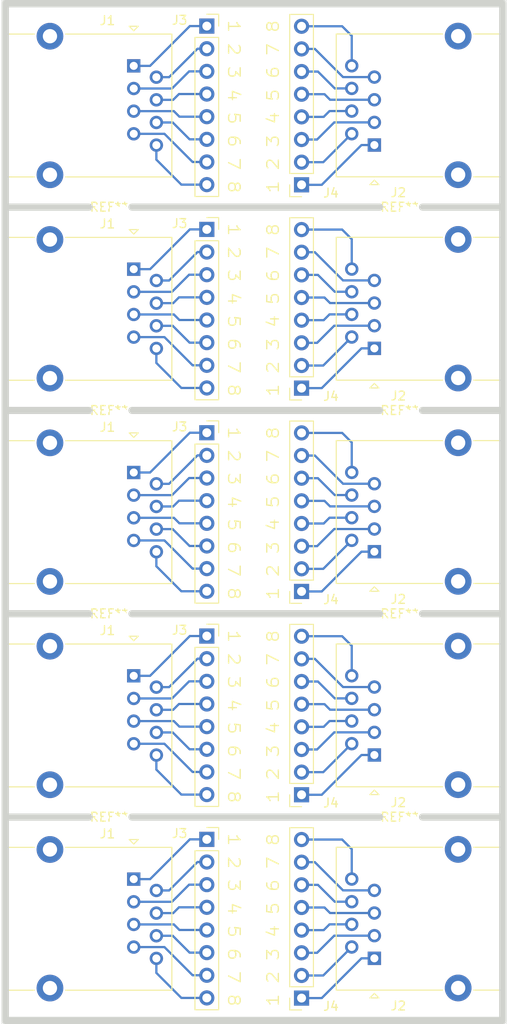
<source format=kicad_pcb>
(kicad_pcb (version 20211014) (generator pcbnew)
  (layers (0 "F.Cu" signal) (31 "B.Cu" signal) (34 "B.Paste" user) (35 "F.Paste" user) (36 "B.SilkS" user "B.Silkscreen") (37 "F.SilkS" user "F.Silkscreen") (38 "B.Mask" user) (39 "F.Mask" user) (44 "Edge.Cuts" user))
  (net 0 "")
  (net 1 "Net-(J1-Pad8)")
  (net 2 "Net-(J1-Pad7)")
  (net 3 "Net-(J1-Pad6)")
  (net 4 "Net-(J1-Pad5)")
  (net 5 "Net-(J1-Pad4)")
  (net 6 "Net-(J1-Pad3)")
  (net 7 "Net-(J1-Pad2)")
  (net 8 "Net-(J1-Pad1)")
  (net 9 "Net-(J2-Pad8)")
  (net 10 "Net-(J2-Pad7)")
  (net 11 "Net-(J2-Pad6)")
  (net 12 "Net-(J2-Pad5)")
  (net 13 "Net-(J2-Pad4)")
  (net 14 "Net-(J2-Pad3)")
  (net 15 "Net-(J2-Pad2)")
  (net 16 "Net-(J2-Pad1)")
  (footprint "Connector_RJ:RJ45_Ninigi_GE" (layer "F.Cu") (at -32.17 -5.195 90)
    (fp_text reference "J2")
    (fp_text value "RJ45")
  )
  (footprint "Connector_RJ:RJ45_Ninigi_GE" (layer "F.Cu") (at -59.17 -14.075 -90)
    (fp_text reference "J1")
    (fp_text value "RJ45")
  )
  (footprint "Connector_PinSocket_2.54mm:PinSocket_1x08_P2.54mm_Vertical" (layer "F.Cu") (at -50.97 -18.535)
    (fp_text reference "J3")
    (fp_text value "Conn_01x08_Female" hide)
  )
  (footprint "Connector_PinSocket_2.54mm:PinSocket_1x08_P2.54mm_Vertical" (layer "F.Cu") (at -40.34 -0.735 180)
    (fp_text reference "J4")
    (fp_text value "Conn_01x08_Female" hide)
  )
  (footprint "Connector_PinSocket_2.54mm:PinSocket_1x08_P2.54mm_Vertical" (layer "F.Cu") (at -40.34 22.065 180)
    (fp_text reference "J4")
    (fp_text value "Conn_01x08_Female" hide)
  )
  (footprint "Connector_PinSocket_2.54mm:PinSocket_1x08_P2.54mm_Vertical" (layer "F.Cu") (at -40.34 44.865 180)
    (fp_text reference "J4")
    (fp_text value "Conn_01x08_Female" hide)
  )
  (footprint "Connector_PinSocket_2.54mm:PinSocket_1x08_P2.54mm_Vertical" (layer "F.Cu") (at -40.34 67.665 180)
    (fp_text reference "J4")
    (fp_text value "Conn_01x08_Female" hide)
  )
  (footprint "Connector_PinSocket_2.54mm:PinSocket_1x08_P2.54mm_Vertical" (layer "F.Cu") (at -40.34 90.465 180)
    (fp_text reference "J4")
    (fp_text value "Conn_01x08_Female" hide)
  )
  (footprint "Connector_PinSocket_2.54mm:PinSocket_1x08_P2.54mm_Vertical" (layer "F.Cu") (at -50.97 4.265)
    (fp_text reference "J3")
    (fp_text value "Conn_01x08_Female" hide)
  )
  (footprint "Connector_PinSocket_2.54mm:PinSocket_1x08_P2.54mm_Vertical" (layer "F.Cu") (at -50.97 27.065)
    (fp_text reference "J3")
    (fp_text value "Conn_01x08_Female" hide)
  )
  (footprint "Connector_PinSocket_2.54mm:PinSocket_1x08_P2.54mm_Vertical" (layer "F.Cu") (at -50.97 49.865)
    (fp_text reference "J3")
    (fp_text value "Conn_01x08_Female" hide)
  )
  (footprint "Connector_PinSocket_2.54mm:PinSocket_1x08_P2.54mm_Vertical" (layer "F.Cu") (at -50.97 72.665)
    (fp_text reference "J3")
    (fp_text value "Conn_01x08_Female" hide)
  )
  (footprint "Connector_RJ:RJ45_Ninigi_GE" (layer "F.Cu") (at -32.17 17.605 90)
    (fp_text reference "J2")
    (fp_text value "RJ45")
  )
  (footprint "Connector_RJ:RJ45_Ninigi_GE" (layer "F.Cu") (at -32.17 40.405 90)
    (fp_text reference "J2")
    (fp_text value "RJ45")
  )
  (footprint "Connector_RJ:RJ45_Ninigi_GE" (layer "F.Cu") (at -32.17 63.205 90)
    (fp_text reference "J2")
    (fp_text value "RJ45")
  )
  (footprint "Connector_RJ:RJ45_Ninigi_GE" (layer "F.Cu") (at -32.17 86.005 90)
    (fp_text reference "J2")
    (fp_text value "RJ45")
  )
  (footprint "Connector_RJ:RJ45_Ninigi_GE" (layer "F.Cu") (at -59.17 8.725 -90)
    (fp_text reference "J1")
    (fp_text value "RJ45")
  )
  (footprint "Connector_RJ:RJ45_Ninigi_GE" (layer "F.Cu") (at -59.17 31.525 -90)
    (fp_text reference "J1")
    (fp_text value "RJ45")
  )
  (footprint "Connector_RJ:RJ45_Ninigi_GE" (layer "F.Cu") (at -59.17 54.325 -90)
    (fp_text reference "J1")
    (fp_text value "RJ45")
  )
  (footprint "Connector_RJ:RJ45_Ninigi_GE" (layer "F.Cu") (at -59.17 77.125 -90)
    (fp_text reference "J1")
    (fp_text value "RJ45")
  )
  (footprint "panelizing:single-tab" (layer "F.Cu") (at -29.17 1.765)
    (fp_text reference "REF**")
    (fp_text value "single-tab")
  )
  (footprint "panelizing:single-tab" (layer "F.Cu") (at -29.17 24.565)
    (fp_text reference "REF**")
    (fp_text value "single-tab")
  )
  (footprint "panelizing:single-tab" (layer "F.Cu") (at -29.17 47.365)
    (fp_text reference "REF**")
    (fp_text value "single-tab")
  )
  (footprint "panelizing:single-tab" (layer "F.Cu") (at -29.17 70.165)
    (fp_text reference "REF**")
    (fp_text value "single-tab")
  )
  (footprint "panelizing:single-tab" (layer "F.Cu") (at -61.77 1.765)
    (fp_text reference "REF**")
    (fp_text value "single-tab")
  )
  (footprint "panelizing:single-tab" (layer "F.Cu") (at -61.77 24.565)
    (fp_text reference "REF**")
    (fp_text value "single-tab")
  )
  (footprint "panelizing:single-tab" (layer "F.Cu") (at -61.77 47.365)
    (fp_text reference "REF**")
    (fp_text value "single-tab")
  )
  (footprint "panelizing:single-tab" (layer "F.Cu") (at -61.77 70.165)
    (fp_text reference "REF**")
    (fp_text value "single-tab")
  )
  (gr_line (start -73.57 -21.035) (end -73.57 92.965) (layer "Edge.Cuts") (width 0.8))
  (gr_line (start -17.37 93.365) (end -73.97 93.365) (layer "Edge.Cuts") (width 0.05))
  (gr_line (start -26.77 1.765) (end -17.77 1.765) (layer "Edge.Cuts") (width 0.8))
  (gr_line (start -64.17 1.765) (end -73.57 1.765) (layer "Edge.Cuts") (width 0.8))
  (gr_line (start -59.37 1.765) (end -31.57 1.765) (layer "Edge.Cuts") (width 0.8))
  (gr_line (start -31.57 24.565) (end -59.37 24.565) (layer "Edge.Cuts") (width 0.8))
  (gr_line (start -26.77 70.165) (end -17.77 70.165) (layer "Edge.Cuts") (width 0.8))
  (gr_line (start -73.57 92.965) (end -17.77 92.965) (layer "Edge.Cuts") (width 0.8))
  (gr_line (start -73.97 -21.435) (end -17.37 -21.435) (layer "Edge.Cuts") (width 0.05))
  (gr_line (start -17.37 -21.435) (end -17.37 93.365) (layer "Edge.Cuts") (width 0.05))
  (gr_line (start -59.37 47.365) (end -31.57 47.365) (layer "Edge.Cuts") (width 0.8))
  (gr_line (start -17.77 92.965) (end -17.77 -21.035) (layer "Edge.Cuts") (width 0.8))
  (gr_line (start -59.37 70.165) (end -31.57 70.165) (layer "Edge.Cuts") (width 0.8))
  (gr_line (start -64.17 47.365) (end -73.57 47.365) (layer "Edge.Cuts") (width 0.8))
  (gr_line (start -64.17 70.165) (end -73.57 70.165) (layer "Edge.Cuts") (width 0.8))
  (gr_line (start -17.77 -21.035) (end -73.57 -21.035) (layer "Edge.Cuts") (width 0.8))
  (gr_line (start -73.97 93.365) (end -73.97 -21.435) (layer "Edge.Cuts") (width 0.05))
  (gr_line (start -26.77 24.565) (end -17.77 24.565) (layer "Edge.Cuts") (width 0.8))
  (gr_line (start -26.77 47.365) (end -17.77 47.365) (layer "Edge.Cuts") (width 0.8))
  (gr_line (start -64.17 24.565) (end -73.57 24.565) (layer "Edge.Cuts") (width 0.8))
  (gr_text "1 2 3 4 5 6 7 8" (at -47.932 -9.503 270) (layer "F.SilkS") (effects (font (size 1.3 1.5))))
  (gr_text "1 2 3 4 5 6 7 8" (at -43.54 -9.503 90) (layer "F.SilkS") (effects (font (size 1.3 1.5))))
  (gr_text "1 2 3 4 5 6 7 8" (at -43.54 13.297 90) (layer "F.SilkS") (effects (font (size 1.3 1.5))))
  (gr_text "1 2 3 4 5 6 7 8" (at -43.54 36.097 90) (layer "F.SilkS") (effects (font (size 1.3 1.5))))
  (gr_text "1 2 3 4 5 6 7 8" (at -43.54 58.897 90) (layer "F.SilkS") (effects (font (size 1.3 1.5))))
  (gr_text "1 2 3 4 5 6 7 8" (at -43.54 81.697 90) (layer "F.SilkS") (effects (font (size 1.3 1.5))))
  (gr_text "1 2 3 4 5 6 7 8" (at -47.932 13.297 270) (layer "F.SilkS") (effects (font (size 1.3 1.5))))
  (gr_text "1 2 3 4 5 6 7 8" (at -47.932 36.097 270) (layer "F.SilkS") (effects (font (size 1.3 1.5))))
  (gr_text "1 2 3 4 5 6 7 8" (at -47.932 58.897 270) (layer "F.SilkS") (effects (font (size 1.3 1.5))))
  (gr_text "1 2 3 4 5 6 7 8" (at -47.932 81.697 270) (layer "F.SilkS") (effects (font (size 1.3 1.5))))
  (segment (start -56.63 19.24) (end -56.63 17.615) (width 0.25) (layer "B.Cu") (net 1))
  (segment (start -56.63 42.04) (end -56.63 40.415) (width 0.25) (layer "B.Cu") (net 1))
  (segment (start -56.63 64.84) (end -56.63 63.215) (width 0.25) (layer "B.Cu") (net 1))
  (segment (start -56.63 87.64) (end -56.63 86.015) (width 0.25) (layer "B.Cu") (net 1))
  (segment (start -53.825 22.045) (end -56.63 19.24) (width 0.25) (layer "B.Cu") (net 1))
  (segment (start -53.825 44.845) (end -56.63 42.04) (width 0.25) (layer "B.Cu") (net 1))
  (segment (start -53.825 67.645) (end -56.63 64.84) (width 0.25) (layer "B.Cu") (net 1))
  (segment (start -53.825 90.445) (end -56.63 87.64) (width 0.25) (layer "B.Cu") (net 1))
  (segment (start -50.97 22.045) (end -53.825 22.045) (width 0.25) (layer "B.Cu") (net 1))
  (segment (start -50.97 44.845) (end -53.825 44.845) (width 0.25) (layer "B.Cu") (net 1))
  (segment (start -50.97 67.645) (end -53.825 67.645) (width 0.25) (layer "B.Cu") (net 1))
  (segment (start -50.97 90.445) (end -53.825 90.445) (width 0.25) (layer "B.Cu") (net 1))
  (segment (start -56.63 -3.56) (end -56.63 -5.185) (width 0.25) (layer "B.Cu") (net 1))
  (segment (start -53.825 -0.755) (end -56.63 -3.56) (width 0.25) (layer "B.Cu") (net 1))
  (segment (start -50.97 -0.755) (end -53.825 -0.755) (width 0.25) (layer "B.Cu") (net 1))
  (segment (start -52.565 19.505) (end -55.725 16.345) (width 0.25) (layer "B.Cu") (net 2))
  (segment (start -52.565 42.305) (end -55.725 39.145) (width 0.25) (layer "B.Cu") (net 2))
  (segment (start -52.565 65.105) (end -55.725 61.945) (width 0.25) (layer "B.Cu") (net 2))
  (segment (start -52.565 87.905) (end -55.725 84.745) (width 0.25) (layer "B.Cu") (net 2))
  (segment (start -50.97 19.505) (end -52.565 19.505) (width 0.25) (layer "B.Cu") (net 2))
  (segment (start -50.97 42.305) (end -52.565 42.305) (width 0.25) (layer "B.Cu") (net 2))
  (segment (start -50.97 65.105) (end -52.565 65.105) (width 0.25) (layer "B.Cu") (net 2))
  (segment (start -50.97 87.905) (end -52.565 87.905) (width 0.25) (layer "B.Cu") (net 2))
  (segment (start -59.17 16.345) (end -55.725 16.345) (width 0.25) (layer "B.Cu") (net 2))
  (segment (start -59.17 39.145) (end -55.725 39.145) (width 0.25) (layer "B.Cu") (net 2))
  (segment (start -59.17 61.945) (end -55.725 61.945) (width 0.25) (layer "B.Cu") (net 2))
  (segment (start -59.17 84.745) (end -55.725 84.745) (width 0.25) (layer "B.Cu") (net 2))
  (segment (start -52.565 -3.295) (end -55.725 -6.455) (width 0.25) (layer "B.Cu") (net 2))
  (segment (start -59.17 -6.455) (end -55.725 -6.455) (width 0.25) (layer "B.Cu") (net 2))
  (segment (start -50.97 -3.295) (end -52.565 -3.295) (width 0.25) (layer "B.Cu") (net 2))
  (segment (start -50.97 16.965) (end -52.905 16.965) (width 0.25) (layer "B.Cu") (net 3))
  (segment (start -50.97 39.765) (end -52.905 39.765) (width 0.25) (layer "B.Cu") (net 3))
  (segment (start -50.97 62.565) (end -52.905 62.565) (width 0.25) (layer "B.Cu") (net 3))
  (segment (start -50.97 85.365) (end -52.905 85.365) (width 0.25) (layer "B.Cu") (net 3))
  (segment (start -52.905 16.965) (end -54.795 15.075) (width 0.25) (layer "B.Cu") (net 3))
  (segment (start -52.905 39.765) (end -54.795 37.875) (width 0.25) (layer "B.Cu") (net 3))
  (segment (start -52.905 62.565) (end -54.795 60.675) (width 0.25) (layer "B.Cu") (net 3))
  (segment (start -52.905 85.365) (end -54.795 83.475) (width 0.25) (layer "B.Cu") (net 3))
  (segment (start -56.63 15.075) (end -54.795 15.075) (width 0.25) (layer "B.Cu") (net 3))
  (segment (start -56.63 37.875) (end -54.795 37.875) (width 0.25) (layer "B.Cu") (net 3))
  (segment (start -56.63 60.675) (end -54.795 60.675) (width 0.25) (layer "B.Cu") (net 3))
  (segment (start -56.63 83.475) (end -54.795 83.475) (width 0.25) (layer "B.Cu") (net 3))
  (segment (start -56.63 -7.725) (end -54.795 -7.725) (width 0.25) (layer "B.Cu") (net 3))
  (segment (start -52.905 -5.835) (end -54.795 -7.725) (width 0.25) (layer "B.Cu") (net 3))
  (segment (start -50.97 -5.835) (end -52.905 -5.835) (width 0.25) (layer "B.Cu") (net 3))
  (segment (start -50.97 14.425) (end -54.045 14.425) (width 0.25) (layer "B.Cu") (net 4))
  (segment (start -50.97 37.225) (end -54.045 37.225) (width 0.25) (layer "B.Cu") (net 4))
  (segment (start -50.97 60.025) (end -54.045 60.025) (width 0.25) (layer "B.Cu") (net 4))
  (segment (start -50.97 82.825) (end -54.045 82.825) (width 0.25) (layer "B.Cu") (net 4))
  (segment (start -54.665 13.805) (end -54.045 14.425) (width 0.25) (layer "B.Cu") (net 4))
  (segment (start -54.665 36.605) (end -54.045 37.225) (width 0.25) (layer "B.Cu") (net 4))
  (segment (start -54.665 59.405) (end -54.045 60.025) (width 0.25) (layer "B.Cu") (net 4))
  (segment (start -54.665 82.205) (end -54.045 82.825) (width 0.25) (layer "B.Cu") (net 4))
  (segment (start -59.17 13.805) (end -54.665 13.805) (width 0.25) (layer "B.Cu") (net 4))
  (segment (start -59.17 36.605) (end -54.665 36.605) (width 0.25) (layer "B.Cu") (net 4))
  (segment (start -59.17 59.405) (end -54.665 59.405) (width 0.25) (layer "B.Cu") (net 4))
  (segment (start -59.17 82.205) (end -54.665 82.205) (width 0.25) (layer "B.Cu") (net 4))
  (segment (start -54.665 -8.995) (end -54.045 -8.375) (width 0.25) (layer "B.Cu") (net 4))
  (segment (start -59.17 -8.995) (end -54.665 -8.995) (width 0.25) (layer "B.Cu") (net 4))
  (segment (start -50.97 -8.375) (end -54.045 -8.375) (width 0.25) (layer "B.Cu") (net 4))
  (segment (start -56.63 12.535) (end -54.745 12.535) (width 0.25) (layer "B.Cu") (net 5))
  (segment (start -56.63 35.335) (end -54.745 35.335) (width 0.25) (layer "B.Cu") (net 5))
  (segment (start -56.63 58.135) (end -54.745 58.135) (width 0.25) (layer "B.Cu") (net 5))
  (segment (start -56.63 80.935) (end -54.745 80.935) (width 0.25) (layer "B.Cu") (net 5))
  (segment (start -54.095 11.885) (end -50.97 11.885) (width 0.25) (layer "B.Cu") (net 5))
  (segment (start -54.095 34.685) (end -50.97 34.685) (width 0.25) (layer "B.Cu") (net 5))
  (segment (start -54.095 57.485) (end -50.97 57.485) (width 0.25) (layer "B.Cu") (net 5))
  (segment (start -54.095 80.285) (end -50.97 80.285) (width 0.25) (layer "B.Cu") (net 5))
  (segment (start -54.745 12.535) (end -54.095 11.885) (width 0.25) (layer "B.Cu") (net 5))
  (segment (start -54.745 35.335) (end -54.095 34.685) (width 0.25) (layer "B.Cu") (net 5))
  (segment (start -54.745 58.135) (end -54.095 57.485) (width 0.25) (layer "B.Cu") (net 5))
  (segment (start -54.745 80.935) (end -54.095 80.285) (width 0.25) (layer "B.Cu") (net 5))
  (segment (start -54.095 -10.915) (end -50.97 -10.915) (width 0.25) (layer "B.Cu") (net 5))
  (segment (start -56.63 -10.265) (end -54.745 -10.265) (width 0.25) (layer "B.Cu") (net 5))
  (segment (start -54.745 -10.265) (end -54.095 -10.915) (width 0.25) (layer "B.Cu") (net 5))
  (segment (start -52.955 9.345) (end -50.97 9.345) (width 0.25) (layer "B.Cu") (net 6))
  (segment (start -52.955 32.145) (end -50.97 32.145) (width 0.25) (layer "B.Cu") (net 6))
  (segment (start -52.955 54.945) (end -50.97 54.945) (width 0.25) (layer "B.Cu") (net 6))
  (segment (start -52.955 77.745) (end -50.97 77.745) (width 0.25) (layer "B.Cu") (net 6))
  (segment (start -54.875 11.265) (end -52.955 9.345) (width 0.25) (layer "B.Cu") (net 6))
  (segment (start -54.875 34.065) (end -52.955 32.145) (width 0.25) (layer "B.Cu") (net 6))
  (segment (start -54.875 56.865) (end -52.955 54.945) (width 0.25) (layer "B.Cu") (net 6))
  (segment (start -54.875 79.665) (end -52.955 77.745) (width 0.25) (layer "B.Cu") (net 6))
  (segment (start -59.17 11.265) (end -54.875 11.265) (width 0.25) (layer "B.Cu") (net 6))
  (segment (start -59.17 34.065) (end -54.875 34.065) (width 0.25) (layer "B.Cu") (net 6))
  (segment (start -59.17 56.865) (end -54.875 56.865) (width 0.25) (layer "B.Cu") (net 6))
  (segment (start -59.17 79.665) (end -54.875 79.665) (width 0.25) (layer "B.Cu") (net 6))
  (segment (start -59.17 -11.535) (end -54.875 -11.535) (width 0.25) (layer "B.Cu") (net 6))
  (segment (start -52.955 -13.455) (end -50.97 -13.455) (width 0.25) (layer "B.Cu") (net 6))
  (segment (start -54.875 -11.535) (end -52.955 -13.455) (width 0.25) (layer "B.Cu") (net 6))
  (segment (start -52.015 6.805) (end -55.205 9.995) (width 0.25) (layer "B.Cu") (net 7))
  (segment (start -52.015 29.605) (end -55.205 32.795) (width 0.25) (layer "B.Cu") (net 7))
  (segment (start -52.015 52.405) (end -55.205 55.595) (width 0.25) (layer "B.Cu") (net 7))
  (segment (start -52.015 75.205) (end -55.205 78.395) (width 0.25) (layer "B.Cu") (net 7))
  (segment (start -55.205 9.995) (end -56.63 9.995) (width 0.25) (layer "B.Cu") (net 7))
  (segment (start -55.205 32.795) (end -56.63 32.795) (width 0.25) (layer "B.Cu") (net 7))
  (segment (start -55.205 55.595) (end -56.63 55.595) (width 0.25) (layer "B.Cu") (net 7))
  (segment (start -55.205 78.395) (end -56.63 78.395) (width 0.25) (layer "B.Cu") (net 7))
  (segment (start -50.97 6.805) (end -52.015 6.805) (width 0.25) (layer "B.Cu") (net 7))
  (segment (start -50.97 29.605) (end -52.015 29.605) (width 0.25) (layer "B.Cu") (net 7))
  (segment (start -50.97 52.405) (end -52.015 52.405) (width 0.25) (layer "B.Cu") (net 7))
  (segment (start -50.97 75.205) (end -52.015 75.205) (width 0.25) (layer "B.Cu") (net 7))
  (segment (start -50.97 -15.995) (end -52.015 -15.995) (width 0.25) (layer "B.Cu") (net 7))
  (segment (start -55.205 -12.805) (end -56.63 -12.805) (width 0.25) (layer "B.Cu") (net 7))
  (segment (start -52.015 -15.995) (end -55.205 -12.805) (width 0.25) (layer "B.Cu") (net 7))
  (segment (start -59.17 8.725) (end -57.335 8.725) (width 0.25) (layer "B.Cu") (net 8))
  (segment (start -59.17 31.525) (end -57.335 31.525) (width 0.25) (layer "B.Cu") (net 8))
  (segment (start -59.17 54.325) (end -57.335 54.325) (width 0.25) (layer "B.Cu") (net 8))
  (segment (start -59.17 77.125) (end -57.335 77.125) (width 0.25) (layer "B.Cu") (net 8))
  (segment (start -52.875 4.265) (end -50.97 4.265) (width 0.25) (layer "B.Cu") (net 8))
  (segment (start -52.875 27.065) (end -50.97 27.065) (width 0.25) (layer "B.Cu") (net 8))
  (segment (start -52.875 49.865) (end -50.97 49.865) (width 0.25) (layer "B.Cu") (net 8))
  (segment (start -52.875 72.665) (end -50.97 72.665) (width 0.25) (layer "B.Cu") (net 8))
  (segment (start -57.335 8.725) (end -52.875 4.265) (width 0.25) (layer "B.Cu") (net 8))
  (segment (start -57.335 31.525) (end -52.875 27.065) (width 0.25) (layer "B.Cu") (net 8))
  (segment (start -57.335 54.325) (end -52.875 49.865) (width 0.25) (layer "B.Cu") (net 8))
  (segment (start -57.335 77.125) (end -52.875 72.665) (width 0.25) (layer "B.Cu") (net 8))
  (segment (start -57.335 -14.075) (end -52.875 -18.535) (width 0.25) (layer "B.Cu") (net 8))
  (segment (start -59.17 -14.075) (end -57.335 -14.075) (width 0.25) (layer "B.Cu") (net 8))
  (segment (start -52.875 -18.535) (end -50.97 -18.535) (width 0.25) (layer "B.Cu") (net 8))
  (segment (start -34.71 5.36) (end -35.785 4.285) (width 0.25) (layer "B.Cu") (net 9))
  (segment (start -34.71 28.16) (end -35.785 27.085) (width 0.25) (layer "B.Cu") (net 9))
  (segment (start -34.71 50.96) (end -35.785 49.885) (width 0.25) (layer "B.Cu") (net 9))
  (segment (start -34.71 73.76) (end -35.785 72.685) (width 0.25) (layer "B.Cu") (net 9))
  (segment (start -34.71 8.715) (end -34.71 5.36) (width 0.25) (layer "B.Cu") (net 9))
  (segment (start -34.71 31.515) (end -34.71 28.16) (width 0.25) (layer "B.Cu") (net 9))
  (segment (start -34.71 54.315) (end -34.71 50.96) (width 0.25) (layer "B.Cu") (net 9))
  (segment (start -34.71 77.115) (end -34.71 73.76) (width 0.25) (layer "B.Cu") (net 9))
  (segment (start -40.34 4.285) (end -35.785 4.285) (width 0.25) (layer "B.Cu") (net 9))
  (segment (start -40.34 27.085) (end -35.785 27.085) (width 0.25) (layer "B.Cu") (net 9))
  (segment (start -40.34 49.885) (end -35.785 49.885) (width 0.25) (layer "B.Cu") (net 9))
  (segment (start -40.34 72.685) (end -35.785 72.685) (width 0.25) (layer "B.Cu") (net 9))
  (segment (start -34.71 -17.44) (end -35.785 -18.515) (width 0.25) (layer "B.Cu") (net 9))
  (segment (start -40.34 -18.515) (end -35.785 -18.515) (width 0.25) (layer "B.Cu") (net 9))
  (segment (start -34.71 -14.085) (end -34.71 -17.44) (width 0.25) (layer "B.Cu") (net 9))
  (segment (start -38.845 6.825) (end -35.685 9.985) (width 0.25) (layer "B.Cu") (net 10))
  (segment (start -38.845 29.625) (end -35.685 32.785) (width 0.25) (layer "B.Cu") (net 10))
  (segment (start -38.845 52.425) (end -35.685 55.585) (width 0.25) (layer "B.Cu") (net 10))
  (segment (start -38.845 75.225) (end -35.685 78.385) (width 0.25) (layer "B.Cu") (net 10))
  (segment (start -40.34 6.825) (end -38.845 6.825) (width 0.25) (layer "B.Cu") (net 10))
  (segment (start -40.34 29.625) (end -38.845 29.625) (width 0.25) (layer "B.Cu") (net 10))
  (segment (start -40.34 52.425) (end -38.845 52.425) (width 0.25) (layer "B.Cu") (net 10))
  (segment (start -40.34 75.225) (end -38.845 75.225) (width 0.25) (layer "B.Cu") (net 10))
  (segment (start -35.685 9.985) (end -32.17 9.985) (width 0.25) (layer "B.Cu") (net 10))
  (segment (start -35.685 32.785) (end -32.17 32.785) (width 0.25) (layer "B.Cu") (net 10))
  (segment (start -35.685 55.585) (end -32.17 55.585) (width 0.25) (layer "B.Cu") (net 10))
  (segment (start -35.685 78.385) (end -32.17 78.385) (width 0.25) (layer "B.Cu") (net 10))
  (segment (start -40.34 -15.975) (end -38.845 -15.975) (width 0.25) (layer "B.Cu") (net 10))
  (segment (start -35.685 -12.815) (end -32.17 -12.815) (width 0.25) (layer "B.Cu") (net 10))
  (segment (start -38.845 -15.975) (end -35.685 -12.815) (width 0.25) (layer "B.Cu") (net 10))
  (segment (start -36.615 11.255) (end -34.71 11.255) (width 0.25) (layer "B.Cu") (net 11))
  (segment (start -36.615 34.055) (end -34.71 34.055) (width 0.25) (layer "B.Cu") (net 11))
  (segment (start -36.615 56.855) (end -34.71 56.855) (width 0.25) (layer "B.Cu") (net 11))
  (segment (start -36.615 79.655) (end -34.71 79.655) (width 0.25) (layer "B.Cu") (net 11))
  (segment (start -38.505 9.365) (end -36.615 11.255) (width 0.25) (layer "B.Cu") (net 11))
  (segment (start -38.505 32.165) (end -36.615 34.055) (width 0.25) (layer "B.Cu") (net 11))
  (segment (start -38.505 54.965) (end -36.615 56.855) (width 0.25) (layer "B.Cu") (net 11))
  (segment (start -38.505 77.765) (end -36.615 79.655) (width 0.25) (layer "B.Cu") (net 11))
  (segment (start -40.34 9.365) (end -38.505 9.365) (width 0.25) (layer "B.Cu") (net 11))
  (segment (start -40.34 32.165) (end -38.505 32.165) (width 0.25) (layer "B.Cu") (net 11))
  (segment (start -40.34 54.965) (end -38.505 54.965) (width 0.25) (layer "B.Cu") (net 11))
  (segment (start -40.34 77.765) (end -38.505 77.765) (width 0.25) (layer "B.Cu") (net 11))
  (segment (start -38.505 -13.435) (end -36.615 -11.545) (width 0.25) (layer "B.Cu") (net 11))
  (segment (start -36.615 -11.545) (end -34.71 -11.545) (width 0.25) (layer "B.Cu") (net 11))
  (segment (start -40.34 -13.435) (end -38.505 -13.435) (width 0.25) (layer "B.Cu") (net 11))
  (segment (start -37.145 12.525) (end -37.765 11.905) (width 0.25) (layer "B.Cu") (net 12))
  (segment (start -37.145 35.325) (end -37.765 34.705) (width 0.25) (layer "B.Cu") (net 12))
  (segment (start -37.145 58.125) (end -37.765 57.505) (width 0.25) (layer "B.Cu") (net 12))
  (segment (start -37.145 80.925) (end -37.765 80.305) (width 0.25) (layer "B.Cu") (net 12))
  (segment (start -37.765 11.905) (end -40.34 11.905) (width 0.25) (layer "B.Cu") (net 12))
  (segment (start -37.765 34.705) (end -40.34 34.705) (width 0.25) (layer "B.Cu") (net 12))
  (segment (start -37.765 57.505) (end -40.34 57.505) (width 0.25) (layer "B.Cu") (net 12))
  (segment (start -37.765 80.305) (end -40.34 80.305) (width 0.25) (layer "B.Cu") (net 12))
  (segment (start -32.17 12.525) (end -37.145 12.525) (width 0.25) (layer "B.Cu") (net 12))
  (segment (start -32.17 35.325) (end -37.145 35.325) (width 0.25) (layer "B.Cu") (net 12))
  (segment (start -32.17 58.125) (end -37.145 58.125) (width 0.25) (layer "B.Cu") (net 12))
  (segment (start -32.17 80.925) (end -37.145 80.925) (width 0.25) (layer "B.Cu") (net 12))
  (segment (start -32.17 -10.275) (end -37.145 -10.275) (width 0.25) (layer "B.Cu") (net 12))
  (segment (start -37.765 -10.895) (end -40.34 -10.895) (width 0.25) (layer "B.Cu") (net 12))
  (segment (start -37.145 -10.275) (end -37.765 -10.895) (width 0.25) (layer "B.Cu") (net 12))
  (segment (start -37.855 14.445) (end -37.205 13.795) (width 0.25) (layer "B.Cu") (net 13))
  (segment (start -37.855 37.245) (end -37.205 36.595) (width 0.25) (layer "B.Cu") (net 13))
  (segment (start -37.855 60.045) (end -37.205 59.395) (width 0.25) (layer "B.Cu") (net 13))
  (segment (start -37.855 82.845) (end -37.205 82.195) (width 0.25) (layer "B.Cu") (net 13))
  (segment (start -37.205 13.795) (end -34.71 13.795) (width 0.25) (layer "B.Cu") (net 13))
  (segment (start -37.205 36.595) (end -34.71 36.595) (width 0.25) (layer "B.Cu") (net 13))
  (segment (start -37.205 59.395) (end -34.71 59.395) (width 0.25) (layer "B.Cu") (net 13))
  (segment (start -37.205 82.195) (end -34.71 82.195) (width 0.25) (layer "B.Cu") (net 13))
  (segment (start -40.34 14.445) (end -37.855 14.445) (width 0.25) (layer "B.Cu") (net 13))
  (segment (start -40.34 37.245) (end -37.855 37.245) (width 0.25) (layer "B.Cu") (net 13))
  (segment (start -40.34 60.045) (end -37.855 60.045) (width 0.25) (layer "B.Cu") (net 13))
  (segment (start -40.34 82.845) (end -37.855 82.845) (width 0.25) (layer "B.Cu") (net 13))
  (segment (start -37.205 -9.005) (end -34.71 -9.005) (width 0.25) (layer "B.Cu") (net 13))
  (segment (start -37.855 -8.355) (end -37.205 -9.005) (width 0.25) (layer "B.Cu") (net 13))
  (segment (start -40.34 -8.355) (end -37.855 -8.355) (width 0.25) (layer "B.Cu") (net 13))
  (segment (start -38.595 16.985) (end -36.675 15.065) (width 0.25) (layer "B.Cu") (net 14))
  (segment (start -38.595 39.785) (end -36.675 37.865) (width 0.25) (layer "B.Cu") (net 14))
  (segment (start -38.595 62.585) (end -36.675 60.665) (width 0.25) (layer "B.Cu") (net 14))
  (segment (start -38.595 85.385) (end -36.675 83.465) (width 0.25) (layer "B.Cu") (net 14))
  (segment (start -36.675 15.065) (end -32.17 15.065) (width 0.25) (layer "B.Cu") (net 14))
  (segment (start -36.675 37.865) (end -32.17 37.865) (width 0.25) (layer "B.Cu") (net 14))
  (segment (start -36.675 60.665) (end -32.17 60.665) (width 0.25) (layer "B.Cu") (net 14))
  (segment (start -36.675 83.465) (end -32.17 83.465) (width 0.25) (layer "B.Cu") (net 14))
  (segment (start -40.34 16.985) (end -38.595 16.985) (width 0.25) (layer "B.Cu") (net 14))
  (segment (start -40.34 39.785) (end -38.595 39.785) (width 0.25) (layer "B.Cu") (net 14))
  (segment (start -40.34 62.585) (end -38.595 62.585) (width 0.25) (layer "B.Cu") (net 14))
  (segment (start -40.34 85.385) (end -38.595 85.385) (width 0.25) (layer "B.Cu") (net 14))
  (segment (start -40.34 -5.815) (end -38.595 -5.815) (width 0.25) (layer "B.Cu") (net 14))
  (segment (start -38.595 -5.815) (end -36.675 -7.735) (width 0.25) (layer "B.Cu") (net 14))
  (segment (start -36.675 -7.735) (end -32.17 -7.735) (width 0.25) (layer "B.Cu") (net 14))
  (segment (start -34.71 16.335) (end -37.905 19.53) (width 0.25) (layer "B.Cu") (net 15))
  (segment (start -34.71 39.135) (end -37.905 42.33) (width 0.25) (layer "B.Cu") (net 15))
  (segment (start -34.71 61.935) (end -37.905 65.13) (width 0.25) (layer "B.Cu") (net 15))
  (segment (start -34.71 84.735) (end -37.905 87.93) (width 0.25) (layer "B.Cu") (net 15))
  (segment (start -37.905 19.53) (end -40.335 19.53) (width 0.25) (layer "B.Cu") (net 15))
  (segment (start -37.905 42.33) (end -40.335 42.33) (width 0.25) (layer "B.Cu") (net 15))
  (segment (start -37.905 65.13) (end -40.335 65.13) (width 0.25) (layer "B.Cu") (net 15))
  (segment (start -37.905 87.93) (end -40.335 87.93) (width 0.25) (layer "B.Cu") (net 15))
  (segment (start -40.335 19.53) (end -40.34 19.525) (width 0.25) (layer "B.Cu") (net 15))
  (segment (start -40.335 42.33) (end -40.34 42.325) (width 0.25) (layer "B.Cu") (net 15))
  (segment (start -40.335 65.13) (end -40.34 65.125) (width 0.25) (layer "B.Cu") (net 15))
  (segment (start -40.335 87.93) (end -40.34 87.925) (width 0.25) (layer "B.Cu") (net 15))
  (segment (start -40.335 -3.27) (end -40.34 -3.275) (width 0.25) (layer "B.Cu") (net 15))
  (segment (start -34.71 -6.465) (end -37.905 -3.27) (width 0.25) (layer "B.Cu") (net 15))
  (segment (start -37.905 -3.27) (end -40.335 -3.27) (width 0.25) (layer "B.Cu") (net 15))
  (segment (start -33.615 17.605) (end -32.17 17.605) (width 0.25) (layer "B.Cu") (net 16))
  (segment (start -33.615 40.405) (end -32.17 40.405) (width 0.25) (layer "B.Cu") (net 16))
  (segment (start -33.615 63.205) (end -32.17 63.205) (width 0.25) (layer "B.Cu") (net 16))
  (segment (start -33.615 86.005) (end -32.17 86.005) (width 0.25) (layer "B.Cu") (net 16))
  (segment (start -38.075 22.065) (end -33.615 17.605) (width 0.25) (layer "B.Cu") (net 16))
  (segment (start -38.075 44.865) (end -33.615 40.405) (width 0.25) (layer "B.Cu") (net 16))
  (segment (start -38.075 67.665) (end -33.615 63.205) (width 0.25) (layer "B.Cu") (net 16))
  (segment (start -38.075 90.465) (end -33.615 86.005) (width 0.25) (layer "B.Cu") (net 16))
  (segment (start -40.34 22.065) (end -38.075 22.065) (width 0.25) (layer "B.Cu") (net 16))
  (segment (start -40.34 44.865) (end -38.075 44.865) (width 0.25) (layer "B.Cu") (net 16))
  (segment (start -40.34 67.665) (end -38.075 67.665) (width 0.25) (layer "B.Cu") (net 16))
  (segment (start -40.34 90.465) (end -38.075 90.465) (width 0.25) (layer "B.Cu") (net 16))
  (segment (start -40.34 -0.735) (end -38.075 -0.735) (width 0.25) (layer "B.Cu") (net 16))
  (segment (start -38.075 -0.735) (end -33.615 -5.195) (width 0.25) (layer "B.Cu") (net 16))
  (segment (start -33.615 -5.195) (end -32.17 -5.195) (width 0.25) (layer "B.Cu") (net 16))
)
</source>
